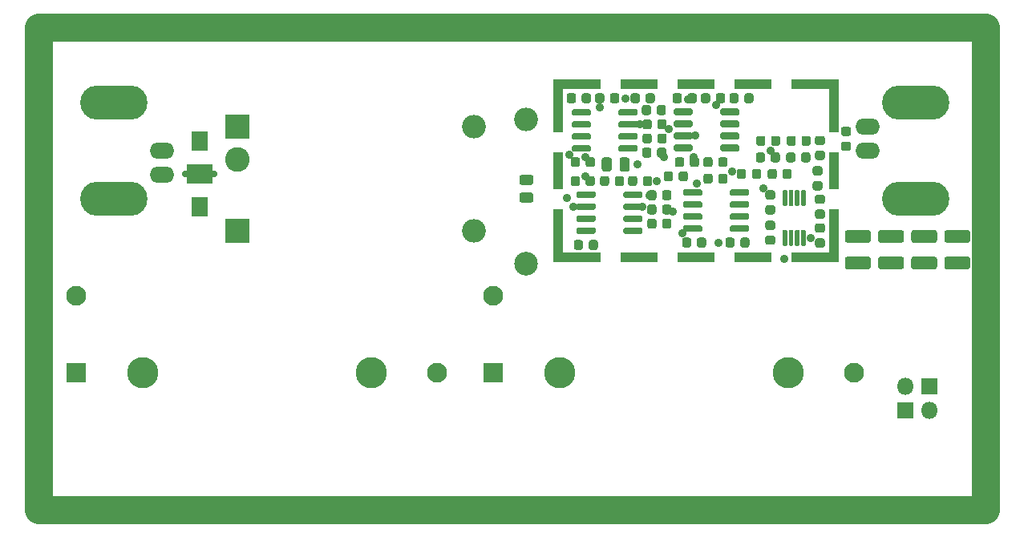
<source format=gbr>
%TF.GenerationSoftware,KiCad,Pcbnew,(5.1.6)-1*%
%TF.CreationDate,2020-07-02T12:36:14+02:00*%
%TF.ProjectId,mu_lna,6d755f6c-6e61-42e6-9b69-6361645f7063,rev?*%
%TF.SameCoordinates,Original*%
%TF.FileFunction,Soldermask,Top*%
%TF.FilePolarity,Negative*%
%FSLAX46Y46*%
G04 Gerber Fmt 4.6, Leading zero omitted, Abs format (unit mm)*
G04 Created by KiCad (PCBNEW (5.1.6)-1) date 2020-07-02 12:36:14*
%MOMM*%
%LPD*%
G01*
G04 APERTURE LIST*
%ADD10C,3.000000*%
%ADD11C,0.700000*%
%ADD12R,1.700000X2.100000*%
%ADD13R,2.700000X2.100000*%
%ADD14O,2.500000X2.500000*%
%ADD15R,2.500000X2.500000*%
%ADD16C,2.500000*%
%ADD17R,1.100000X1.100000*%
%ADD18R,4.080000X1.100000*%
%ADD19R,3.900000X1.100000*%
%ADD20R,1.100000X4.650000*%
%ADD21R,1.100000X3.900000*%
%ADD22O,1.800000X1.800000*%
%ADD23R,1.800000X1.800000*%
%ADD24O,2.600000X1.700000*%
%ADD25O,7.100000X3.600000*%
%ADD26C,3.300000*%
%ADD27C,2.100000*%
%ADD28R,2.100000X2.100000*%
%ADD29C,0.900000*%
%ADD30C,2.600000*%
G04 APERTURE END LIST*
D10*
X95000000Y-125500000D02*
X95000000Y-74500000D01*
X195000000Y-125500000D02*
X95000000Y-125500000D01*
X195000000Y-74500000D02*
X195000000Y-125500000D01*
X95000000Y-74500000D02*
X195000000Y-74500000D01*
D11*
%TO.C,FL1*%
X110500000Y-90000000D03*
X113500000Y-90000000D03*
D12*
X112000000Y-93450000D03*
D13*
X112000000Y-90000000D03*
D12*
X112000000Y-86550000D03*
%TD*%
%TO.C,C25*%
G36*
G01*
X172531250Y-92700000D02*
X171968750Y-92700000D01*
G75*
G02*
X171725000Y-92456250I0J243750D01*
G01*
X171725000Y-91968750D01*
G75*
G02*
X171968750Y-91725000I243750J0D01*
G01*
X172531250Y-91725000D01*
G75*
G02*
X172775000Y-91968750I0J-243750D01*
G01*
X172775000Y-92456250D01*
G75*
G02*
X172531250Y-92700000I-243750J0D01*
G01*
G37*
G36*
G01*
X172531250Y-94275000D02*
X171968750Y-94275000D01*
G75*
G02*
X171725000Y-94031250I0J243750D01*
G01*
X171725000Y-93543750D01*
G75*
G02*
X171968750Y-93300000I243750J0D01*
G01*
X172531250Y-93300000D01*
G75*
G02*
X172775000Y-93543750I0J-243750D01*
G01*
X172775000Y-94031250D01*
G75*
G02*
X172531250Y-94275000I-243750J0D01*
G01*
G37*
%TD*%
%TO.C,C24*%
G36*
G01*
X177781250Y-96200000D02*
X177218750Y-96200000D01*
G75*
G02*
X176975000Y-95956250I0J243750D01*
G01*
X176975000Y-95468750D01*
G75*
G02*
X177218750Y-95225000I243750J0D01*
G01*
X177781250Y-95225000D01*
G75*
G02*
X178025000Y-95468750I0J-243750D01*
G01*
X178025000Y-95956250D01*
G75*
G02*
X177781250Y-96200000I-243750J0D01*
G01*
G37*
G36*
G01*
X177781250Y-97775000D02*
X177218750Y-97775000D01*
G75*
G02*
X176975000Y-97531250I0J243750D01*
G01*
X176975000Y-97043750D01*
G75*
G02*
X177218750Y-96800000I243750J0D01*
G01*
X177781250Y-96800000D01*
G75*
G02*
X178025000Y-97043750I0J-243750D01*
G01*
X178025000Y-97531250D01*
G75*
G02*
X177781250Y-97775000I-243750J0D01*
G01*
G37*
%TD*%
%TO.C,C23*%
G36*
G01*
X166162500Y-90218750D02*
X166162500Y-90781250D01*
G75*
G02*
X165918750Y-91025000I-243750J0D01*
G01*
X165431250Y-91025000D01*
G75*
G02*
X165187500Y-90781250I0J243750D01*
G01*
X165187500Y-90218750D01*
G75*
G02*
X165431250Y-89975000I243750J0D01*
G01*
X165918750Y-89975000D01*
G75*
G02*
X166162500Y-90218750I0J-243750D01*
G01*
G37*
G36*
G01*
X167737500Y-90218750D02*
X167737500Y-90781250D01*
G75*
G02*
X167493750Y-91025000I-243750J0D01*
G01*
X167006250Y-91025000D01*
G75*
G02*
X166762500Y-90781250I0J243750D01*
G01*
X166762500Y-90218750D01*
G75*
G02*
X167006250Y-89975000I243750J0D01*
G01*
X167493750Y-89975000D01*
G75*
G02*
X167737500Y-90218750I0J-243750D01*
G01*
G37*
%TD*%
%TO.C,U2*%
G36*
G01*
X175625000Y-95887500D02*
X175875000Y-95887500D01*
G75*
G02*
X176000000Y-96012500I0J-125000D01*
G01*
X176000000Y-97487500D01*
G75*
G02*
X175875000Y-97612500I-125000J0D01*
G01*
X175625000Y-97612500D01*
G75*
G02*
X175500000Y-97487500I0J125000D01*
G01*
X175500000Y-96012500D01*
G75*
G02*
X175625000Y-95887500I125000J0D01*
G01*
G37*
G36*
G01*
X174975000Y-95887500D02*
X175225000Y-95887500D01*
G75*
G02*
X175350000Y-96012500I0J-125000D01*
G01*
X175350000Y-97487500D01*
G75*
G02*
X175225000Y-97612500I-125000J0D01*
G01*
X174975000Y-97612500D01*
G75*
G02*
X174850000Y-97487500I0J125000D01*
G01*
X174850000Y-96012500D01*
G75*
G02*
X174975000Y-95887500I125000J0D01*
G01*
G37*
G36*
G01*
X174325000Y-95887500D02*
X174575000Y-95887500D01*
G75*
G02*
X174700000Y-96012500I0J-125000D01*
G01*
X174700000Y-97487500D01*
G75*
G02*
X174575000Y-97612500I-125000J0D01*
G01*
X174325000Y-97612500D01*
G75*
G02*
X174200000Y-97487500I0J125000D01*
G01*
X174200000Y-96012500D01*
G75*
G02*
X174325000Y-95887500I125000J0D01*
G01*
G37*
G36*
G01*
X173675000Y-95887500D02*
X173925000Y-95887500D01*
G75*
G02*
X174050000Y-96012500I0J-125000D01*
G01*
X174050000Y-97487500D01*
G75*
G02*
X173925000Y-97612500I-125000J0D01*
G01*
X173675000Y-97612500D01*
G75*
G02*
X173550000Y-97487500I0J125000D01*
G01*
X173550000Y-96012500D01*
G75*
G02*
X173675000Y-95887500I125000J0D01*
G01*
G37*
G36*
G01*
X173675000Y-91662500D02*
X173925000Y-91662500D01*
G75*
G02*
X174050000Y-91787500I0J-125000D01*
G01*
X174050000Y-93262500D01*
G75*
G02*
X173925000Y-93387500I-125000J0D01*
G01*
X173675000Y-93387500D01*
G75*
G02*
X173550000Y-93262500I0J125000D01*
G01*
X173550000Y-91787500D01*
G75*
G02*
X173675000Y-91662500I125000J0D01*
G01*
G37*
G36*
G01*
X174325000Y-91662500D02*
X174575000Y-91662500D01*
G75*
G02*
X174700000Y-91787500I0J-125000D01*
G01*
X174700000Y-93262500D01*
G75*
G02*
X174575000Y-93387500I-125000J0D01*
G01*
X174325000Y-93387500D01*
G75*
G02*
X174200000Y-93262500I0J125000D01*
G01*
X174200000Y-91787500D01*
G75*
G02*
X174325000Y-91662500I125000J0D01*
G01*
G37*
G36*
G01*
X174975000Y-91662500D02*
X175225000Y-91662500D01*
G75*
G02*
X175350000Y-91787500I0J-125000D01*
G01*
X175350000Y-93262500D01*
G75*
G02*
X175225000Y-93387500I-125000J0D01*
G01*
X174975000Y-93387500D01*
G75*
G02*
X174850000Y-93262500I0J125000D01*
G01*
X174850000Y-91787500D01*
G75*
G02*
X174975000Y-91662500I125000J0D01*
G01*
G37*
G36*
G01*
X175625000Y-91662500D02*
X175875000Y-91662500D01*
G75*
G02*
X176000000Y-91787500I0J-125000D01*
G01*
X176000000Y-93262500D01*
G75*
G02*
X175875000Y-93387500I-125000J0D01*
G01*
X175625000Y-93387500D01*
G75*
G02*
X175500000Y-93262500I0J125000D01*
G01*
X175500000Y-91787500D01*
G75*
G02*
X175625000Y-91662500I125000J0D01*
G01*
G37*
%TD*%
%TO.C,C20*%
G36*
G01*
X193105000Y-97275000D02*
X190895000Y-97275000D01*
G75*
G02*
X190625000Y-97005000I0J270000D01*
G01*
X190625000Y-96195000D01*
G75*
G02*
X190895000Y-95925000I270000J0D01*
G01*
X193105000Y-95925000D01*
G75*
G02*
X193375000Y-96195000I0J-270000D01*
G01*
X193375000Y-97005000D01*
G75*
G02*
X193105000Y-97275000I-270000J0D01*
G01*
G37*
G36*
G01*
X193105000Y-100075000D02*
X190895000Y-100075000D01*
G75*
G02*
X190625000Y-99805000I0J270000D01*
G01*
X190625000Y-98995000D01*
G75*
G02*
X190895000Y-98725000I270000J0D01*
G01*
X193105000Y-98725000D01*
G75*
G02*
X193375000Y-98995000I0J-270000D01*
G01*
X193375000Y-99805000D01*
G75*
G02*
X193105000Y-100075000I-270000J0D01*
G01*
G37*
%TD*%
%TO.C,R18*%
G36*
G01*
X179968750Y-86587500D02*
X180531250Y-86587500D01*
G75*
G02*
X180775000Y-86831250I0J-243750D01*
G01*
X180775000Y-87318750D01*
G75*
G02*
X180531250Y-87562500I-243750J0D01*
G01*
X179968750Y-87562500D01*
G75*
G02*
X179725000Y-87318750I0J243750D01*
G01*
X179725000Y-86831250D01*
G75*
G02*
X179968750Y-86587500I243750J0D01*
G01*
G37*
G36*
G01*
X179968750Y-85012500D02*
X180531250Y-85012500D01*
G75*
G02*
X180775000Y-85256250I0J-243750D01*
G01*
X180775000Y-85743750D01*
G75*
G02*
X180531250Y-85987500I-243750J0D01*
G01*
X179968750Y-85987500D01*
G75*
G02*
X179725000Y-85743750I0J243750D01*
G01*
X179725000Y-85256250D01*
G75*
G02*
X179968750Y-85012500I243750J0D01*
G01*
G37*
%TD*%
%TO.C,R5*%
G36*
G01*
X177781250Y-93162500D02*
X177218750Y-93162500D01*
G75*
G02*
X176975000Y-92918750I0J243750D01*
G01*
X176975000Y-92431250D01*
G75*
G02*
X177218750Y-92187500I243750J0D01*
G01*
X177781250Y-92187500D01*
G75*
G02*
X178025000Y-92431250I0J-243750D01*
G01*
X178025000Y-92918750D01*
G75*
G02*
X177781250Y-93162500I-243750J0D01*
G01*
G37*
G36*
G01*
X177781250Y-94737500D02*
X177218750Y-94737500D01*
G75*
G02*
X176975000Y-94493750I0J243750D01*
G01*
X176975000Y-94006250D01*
G75*
G02*
X177218750Y-93762500I243750J0D01*
G01*
X177781250Y-93762500D01*
G75*
G02*
X178025000Y-94006250I0J-243750D01*
G01*
X178025000Y-94493750D01*
G75*
G02*
X177781250Y-94737500I-243750J0D01*
G01*
G37*
%TD*%
%TO.C,C22*%
G36*
G01*
X189605000Y-97275000D02*
X187395000Y-97275000D01*
G75*
G02*
X187125000Y-97005000I0J270000D01*
G01*
X187125000Y-96195000D01*
G75*
G02*
X187395000Y-95925000I270000J0D01*
G01*
X189605000Y-95925000D01*
G75*
G02*
X189875000Y-96195000I0J-270000D01*
G01*
X189875000Y-97005000D01*
G75*
G02*
X189605000Y-97275000I-270000J0D01*
G01*
G37*
G36*
G01*
X189605000Y-100075000D02*
X187395000Y-100075000D01*
G75*
G02*
X187125000Y-99805000I0J270000D01*
G01*
X187125000Y-98995000D01*
G75*
G02*
X187395000Y-98725000I270000J0D01*
G01*
X189605000Y-98725000D01*
G75*
G02*
X189875000Y-98995000I0J-270000D01*
G01*
X189875000Y-99805000D01*
G75*
G02*
X189605000Y-100075000I-270000J0D01*
G01*
G37*
%TD*%
%TO.C,C21*%
G36*
G01*
X186105000Y-97275000D02*
X183895000Y-97275000D01*
G75*
G02*
X183625000Y-97005000I0J270000D01*
G01*
X183625000Y-96195000D01*
G75*
G02*
X183895000Y-95925000I270000J0D01*
G01*
X186105000Y-95925000D01*
G75*
G02*
X186375000Y-96195000I0J-270000D01*
G01*
X186375000Y-97005000D01*
G75*
G02*
X186105000Y-97275000I-270000J0D01*
G01*
G37*
G36*
G01*
X186105000Y-100075000D02*
X183895000Y-100075000D01*
G75*
G02*
X183625000Y-99805000I0J270000D01*
G01*
X183625000Y-98995000D01*
G75*
G02*
X183895000Y-98725000I270000J0D01*
G01*
X186105000Y-98725000D01*
G75*
G02*
X186375000Y-98995000I0J-270000D01*
G01*
X186375000Y-99805000D01*
G75*
G02*
X186105000Y-100075000I-270000J0D01*
G01*
G37*
%TD*%
%TO.C,C18*%
G36*
G01*
X182605000Y-97275000D02*
X180395000Y-97275000D01*
G75*
G02*
X180125000Y-97005000I0J270000D01*
G01*
X180125000Y-96195000D01*
G75*
G02*
X180395000Y-95925000I270000J0D01*
G01*
X182605000Y-95925000D01*
G75*
G02*
X182875000Y-96195000I0J-270000D01*
G01*
X182875000Y-97005000D01*
G75*
G02*
X182605000Y-97275000I-270000J0D01*
G01*
G37*
G36*
G01*
X182605000Y-100075000D02*
X180395000Y-100075000D01*
G75*
G02*
X180125000Y-99805000I0J270000D01*
G01*
X180125000Y-98995000D01*
G75*
G02*
X180395000Y-98725000I270000J0D01*
G01*
X182605000Y-98725000D01*
G75*
G02*
X182875000Y-98995000I0J-270000D01*
G01*
X182875000Y-99805000D01*
G75*
G02*
X182605000Y-100075000I-270000J0D01*
G01*
G37*
%TD*%
%TO.C,C11*%
G36*
G01*
X172531250Y-95912500D02*
X171968750Y-95912500D01*
G75*
G02*
X171725000Y-95668750I0J243750D01*
G01*
X171725000Y-95181250D01*
G75*
G02*
X171968750Y-94937500I243750J0D01*
G01*
X172531250Y-94937500D01*
G75*
G02*
X172775000Y-95181250I0J-243750D01*
G01*
X172775000Y-95668750D01*
G75*
G02*
X172531250Y-95912500I-243750J0D01*
G01*
G37*
G36*
G01*
X172531250Y-97487500D02*
X171968750Y-97487500D01*
G75*
G02*
X171725000Y-97243750I0J243750D01*
G01*
X171725000Y-96756250D01*
G75*
G02*
X171968750Y-96512500I243750J0D01*
G01*
X172531250Y-96512500D01*
G75*
G02*
X172775000Y-96756250I0J-243750D01*
G01*
X172775000Y-97243750D01*
G75*
G02*
X172531250Y-97487500I-243750J0D01*
G01*
G37*
%TD*%
%TO.C,C8*%
G36*
G01*
X163162500Y-88468750D02*
X163162500Y-89031250D01*
G75*
G02*
X162918750Y-89275000I-243750J0D01*
G01*
X162431250Y-89275000D01*
G75*
G02*
X162187500Y-89031250I0J243750D01*
G01*
X162187500Y-88468750D01*
G75*
G02*
X162431250Y-88225000I243750J0D01*
G01*
X162918750Y-88225000D01*
G75*
G02*
X163162500Y-88468750I0J-243750D01*
G01*
G37*
G36*
G01*
X164737500Y-88468750D02*
X164737500Y-89031250D01*
G75*
G02*
X164493750Y-89275000I-243750J0D01*
G01*
X164006250Y-89275000D01*
G75*
G02*
X163762500Y-89031250I0J243750D01*
G01*
X163762500Y-88468750D01*
G75*
G02*
X164006250Y-88225000I243750J0D01*
G01*
X164493750Y-88225000D01*
G75*
G02*
X164737500Y-88468750I0J-243750D01*
G01*
G37*
%TD*%
%TO.C,C7*%
G36*
G01*
X152487500Y-97218750D02*
X152487500Y-97781250D01*
G75*
G02*
X152243750Y-98025000I-243750J0D01*
G01*
X151756250Y-98025000D01*
G75*
G02*
X151512500Y-97781250I0J243750D01*
G01*
X151512500Y-97218750D01*
G75*
G02*
X151756250Y-96975000I243750J0D01*
G01*
X152243750Y-96975000D01*
G75*
G02*
X152487500Y-97218750I0J-243750D01*
G01*
G37*
G36*
G01*
X154062500Y-97218750D02*
X154062500Y-97781250D01*
G75*
G02*
X153818750Y-98025000I-243750J0D01*
G01*
X153331250Y-98025000D01*
G75*
G02*
X153087500Y-97781250I0J243750D01*
G01*
X153087500Y-97218750D01*
G75*
G02*
X153331250Y-96975000I243750J0D01*
G01*
X153818750Y-96975000D01*
G75*
G02*
X154062500Y-97218750I0J-243750D01*
G01*
G37*
%TD*%
%TO.C,C6*%
G36*
G01*
X163912500Y-96968750D02*
X163912500Y-97531250D01*
G75*
G02*
X163668750Y-97775000I-243750J0D01*
G01*
X163181250Y-97775000D01*
G75*
G02*
X162937500Y-97531250I0J243750D01*
G01*
X162937500Y-96968750D01*
G75*
G02*
X163181250Y-96725000I243750J0D01*
G01*
X163668750Y-96725000D01*
G75*
G02*
X163912500Y-96968750I0J-243750D01*
G01*
G37*
G36*
G01*
X165487500Y-96968750D02*
X165487500Y-97531250D01*
G75*
G02*
X165243750Y-97775000I-243750J0D01*
G01*
X164756250Y-97775000D01*
G75*
G02*
X164512500Y-97531250I0J243750D01*
G01*
X164512500Y-96968750D01*
G75*
G02*
X164756250Y-96725000I243750J0D01*
G01*
X165243750Y-96725000D01*
G75*
G02*
X165487500Y-96968750I0J-243750D01*
G01*
G37*
%TD*%
%TO.C,C5*%
G36*
G01*
X152162500Y-88468750D02*
X152162500Y-89031250D01*
G75*
G02*
X151918750Y-89275000I-243750J0D01*
G01*
X151431250Y-89275000D01*
G75*
G02*
X151187500Y-89031250I0J243750D01*
G01*
X151187500Y-88468750D01*
G75*
G02*
X151431250Y-88225000I243750J0D01*
G01*
X151918750Y-88225000D01*
G75*
G02*
X152162500Y-88468750I0J-243750D01*
G01*
G37*
G36*
G01*
X153737500Y-88468750D02*
X153737500Y-89031250D01*
G75*
G02*
X153493750Y-89275000I-243750J0D01*
G01*
X153006250Y-89275000D01*
G75*
G02*
X152762500Y-89031250I0J243750D01*
G01*
X152762500Y-88468750D01*
G75*
G02*
X153006250Y-88225000I243750J0D01*
G01*
X153493750Y-88225000D01*
G75*
G02*
X153737500Y-88468750I0J-243750D01*
G01*
G37*
%TD*%
%TO.C,C4*%
G36*
G01*
X160337500Y-85031250D02*
X160337500Y-84468750D01*
G75*
G02*
X160581250Y-84225000I243750J0D01*
G01*
X161068750Y-84225000D01*
G75*
G02*
X161312500Y-84468750I0J-243750D01*
G01*
X161312500Y-85031250D01*
G75*
G02*
X161068750Y-85275000I-243750J0D01*
G01*
X160581250Y-85275000D01*
G75*
G02*
X160337500Y-85031250I0J243750D01*
G01*
G37*
G36*
G01*
X158762500Y-85031250D02*
X158762500Y-84468750D01*
G75*
G02*
X159006250Y-84225000I243750J0D01*
G01*
X159493750Y-84225000D01*
G75*
G02*
X159737500Y-84468750I0J-243750D01*
G01*
X159737500Y-85031250D01*
G75*
G02*
X159493750Y-85275000I-243750J0D01*
G01*
X159006250Y-85275000D01*
G75*
G02*
X158762500Y-85031250I0J243750D01*
G01*
G37*
%TD*%
%TO.C,C3*%
G36*
G01*
X169512500Y-82281250D02*
X169512500Y-81718750D01*
G75*
G02*
X169756250Y-81475000I243750J0D01*
G01*
X170243750Y-81475000D01*
G75*
G02*
X170487500Y-81718750I0J-243750D01*
G01*
X170487500Y-82281250D01*
G75*
G02*
X170243750Y-82525000I-243750J0D01*
G01*
X169756250Y-82525000D01*
G75*
G02*
X169512500Y-82281250I0J243750D01*
G01*
G37*
G36*
G01*
X167937500Y-82281250D02*
X167937500Y-81718750D01*
G75*
G02*
X168181250Y-81475000I243750J0D01*
G01*
X168668750Y-81475000D01*
G75*
G02*
X168912500Y-81718750I0J-243750D01*
G01*
X168912500Y-82281250D01*
G75*
G02*
X168668750Y-82525000I-243750J0D01*
G01*
X168181250Y-82525000D01*
G75*
G02*
X167937500Y-82281250I0J243750D01*
G01*
G37*
%TD*%
%TO.C,C2*%
G36*
G01*
X169087500Y-97531250D02*
X169087500Y-96968750D01*
G75*
G02*
X169331250Y-96725000I243750J0D01*
G01*
X169818750Y-96725000D01*
G75*
G02*
X170062500Y-96968750I0J-243750D01*
G01*
X170062500Y-97531250D01*
G75*
G02*
X169818750Y-97775000I-243750J0D01*
G01*
X169331250Y-97775000D01*
G75*
G02*
X169087500Y-97531250I0J243750D01*
G01*
G37*
G36*
G01*
X167512500Y-97531250D02*
X167512500Y-96968750D01*
G75*
G02*
X167756250Y-96725000I243750J0D01*
G01*
X168243750Y-96725000D01*
G75*
G02*
X168487500Y-96968750I0J-243750D01*
G01*
X168487500Y-97531250D01*
G75*
G02*
X168243750Y-97775000I-243750J0D01*
G01*
X167756250Y-97775000D01*
G75*
G02*
X167512500Y-97531250I0J243750D01*
G01*
G37*
%TD*%
%TO.C,C1*%
G36*
G01*
X160837500Y-94031250D02*
X160837500Y-93468750D01*
G75*
G02*
X161081250Y-93225000I243750J0D01*
G01*
X161568750Y-93225000D01*
G75*
G02*
X161812500Y-93468750I0J-243750D01*
G01*
X161812500Y-94031250D01*
G75*
G02*
X161568750Y-94275000I-243750J0D01*
G01*
X161081250Y-94275000D01*
G75*
G02*
X160837500Y-94031250I0J243750D01*
G01*
G37*
G36*
G01*
X159262500Y-94031250D02*
X159262500Y-93468750D01*
G75*
G02*
X159506250Y-93225000I243750J0D01*
G01*
X159993750Y-93225000D01*
G75*
G02*
X160237500Y-93468750I0J-243750D01*
G01*
X160237500Y-94031250D01*
G75*
G02*
X159993750Y-94275000I-243750J0D01*
G01*
X159506250Y-94275000D01*
G75*
G02*
X159262500Y-94031250I0J243750D01*
G01*
G37*
%TD*%
%TO.C,R12*%
G36*
G01*
X176968750Y-90762500D02*
X177531250Y-90762500D01*
G75*
G02*
X177775000Y-91006250I0J-243750D01*
G01*
X177775000Y-91493750D01*
G75*
G02*
X177531250Y-91737500I-243750J0D01*
G01*
X176968750Y-91737500D01*
G75*
G02*
X176725000Y-91493750I0J243750D01*
G01*
X176725000Y-91006250D01*
G75*
G02*
X176968750Y-90762500I243750J0D01*
G01*
G37*
G36*
G01*
X176968750Y-89187500D02*
X177531250Y-89187500D01*
G75*
G02*
X177775000Y-89431250I0J-243750D01*
G01*
X177775000Y-89918750D01*
G75*
G02*
X177531250Y-90162500I-243750J0D01*
G01*
X176968750Y-90162500D01*
G75*
G02*
X176725000Y-89918750I0J243750D01*
G01*
X176725000Y-89431250D01*
G75*
G02*
X176968750Y-89187500I243750J0D01*
G01*
G37*
%TD*%
%TO.C,R10*%
G36*
G01*
X172950000Y-89718750D02*
X172950000Y-90281250D01*
G75*
G02*
X172706250Y-90525000I-243750J0D01*
G01*
X172218750Y-90525000D01*
G75*
G02*
X171975000Y-90281250I0J243750D01*
G01*
X171975000Y-89718750D01*
G75*
G02*
X172218750Y-89475000I243750J0D01*
G01*
X172706250Y-89475000D01*
G75*
G02*
X172950000Y-89718750I0J-243750D01*
G01*
G37*
G36*
G01*
X174525000Y-89718750D02*
X174525000Y-90281250D01*
G75*
G02*
X174281250Y-90525000I-243750J0D01*
G01*
X173793750Y-90525000D01*
G75*
G02*
X173550000Y-90281250I0J243750D01*
G01*
X173550000Y-89718750D01*
G75*
G02*
X173793750Y-89475000I243750J0D01*
G01*
X174281250Y-89475000D01*
G75*
G02*
X174525000Y-89718750I0J-243750D01*
G01*
G37*
%TD*%
%TO.C,R9*%
G36*
G01*
X169700000Y-89718750D02*
X169700000Y-90281250D01*
G75*
G02*
X169456250Y-90525000I-243750J0D01*
G01*
X168968750Y-90525000D01*
G75*
G02*
X168725000Y-90281250I0J243750D01*
G01*
X168725000Y-89718750D01*
G75*
G02*
X168968750Y-89475000I243750J0D01*
G01*
X169456250Y-89475000D01*
G75*
G02*
X169700000Y-89718750I0J-243750D01*
G01*
G37*
G36*
G01*
X171275000Y-89718750D02*
X171275000Y-90281250D01*
G75*
G02*
X171031250Y-90525000I-243750J0D01*
G01*
X170543750Y-90525000D01*
G75*
G02*
X170300000Y-90281250I0J243750D01*
G01*
X170300000Y-89718750D01*
G75*
G02*
X170543750Y-89475000I243750J0D01*
G01*
X171031250Y-89475000D01*
G75*
G02*
X171275000Y-89718750I0J-243750D01*
G01*
G37*
%TD*%
%TO.C,R4*%
G36*
G01*
X171737500Y-86218750D02*
X171737500Y-86781250D01*
G75*
G02*
X171493750Y-87025000I-243750J0D01*
G01*
X171006250Y-87025000D01*
G75*
G02*
X170762500Y-86781250I0J243750D01*
G01*
X170762500Y-86218750D01*
G75*
G02*
X171006250Y-85975000I243750J0D01*
G01*
X171493750Y-85975000D01*
G75*
G02*
X171737500Y-86218750I0J-243750D01*
G01*
G37*
G36*
G01*
X173312500Y-86218750D02*
X173312500Y-86781250D01*
G75*
G02*
X173068750Y-87025000I-243750J0D01*
G01*
X172581250Y-87025000D01*
G75*
G02*
X172337500Y-86781250I0J243750D01*
G01*
X172337500Y-86218750D01*
G75*
G02*
X172581250Y-85975000I243750J0D01*
G01*
X173068750Y-85975000D01*
G75*
G02*
X173312500Y-86218750I0J-243750D01*
G01*
G37*
%TD*%
%TO.C,C19*%
G36*
G01*
X165912500Y-81718750D02*
X165912500Y-82281250D01*
G75*
G02*
X165668750Y-82525000I-243750J0D01*
G01*
X165181250Y-82525000D01*
G75*
G02*
X164937500Y-82281250I0J243750D01*
G01*
X164937500Y-81718750D01*
G75*
G02*
X165181250Y-81475000I243750J0D01*
G01*
X165668750Y-81475000D01*
G75*
G02*
X165912500Y-81718750I0J-243750D01*
G01*
G37*
G36*
G01*
X167487500Y-81718750D02*
X167487500Y-82281250D01*
G75*
G02*
X167243750Y-82525000I-243750J0D01*
G01*
X166756250Y-82525000D01*
G75*
G02*
X166512500Y-82281250I0J243750D01*
G01*
X166512500Y-81718750D01*
G75*
G02*
X166756250Y-81475000I243750J0D01*
G01*
X167243750Y-81475000D01*
G75*
G02*
X167487500Y-81718750I0J-243750D01*
G01*
G37*
%TD*%
%TO.C,C15*%
G36*
G01*
X177218750Y-87550000D02*
X177781250Y-87550000D01*
G75*
G02*
X178025000Y-87793750I0J-243750D01*
G01*
X178025000Y-88281250D01*
G75*
G02*
X177781250Y-88525000I-243750J0D01*
G01*
X177218750Y-88525000D01*
G75*
G02*
X176975000Y-88281250I0J243750D01*
G01*
X176975000Y-87793750D01*
G75*
G02*
X177218750Y-87550000I243750J0D01*
G01*
G37*
G36*
G01*
X177218750Y-85975000D02*
X177781250Y-85975000D01*
G75*
G02*
X178025000Y-86218750I0J-243750D01*
G01*
X178025000Y-86706250D01*
G75*
G02*
X177781250Y-86950000I-243750J0D01*
G01*
X177218750Y-86950000D01*
G75*
G02*
X176975000Y-86706250I0J243750D01*
G01*
X176975000Y-86218750D01*
G75*
G02*
X177218750Y-85975000I243750J0D01*
G01*
G37*
%TD*%
%TO.C,C13*%
G36*
G01*
X171700000Y-87968750D02*
X171700000Y-88531250D01*
G75*
G02*
X171456250Y-88775000I-243750J0D01*
G01*
X170968750Y-88775000D01*
G75*
G02*
X170725000Y-88531250I0J243750D01*
G01*
X170725000Y-87968750D01*
G75*
G02*
X170968750Y-87725000I243750J0D01*
G01*
X171456250Y-87725000D01*
G75*
G02*
X171700000Y-87968750I0J-243750D01*
G01*
G37*
G36*
G01*
X173275000Y-87968750D02*
X173275000Y-88531250D01*
G75*
G02*
X173031250Y-88775000I-243750J0D01*
G01*
X172543750Y-88775000D01*
G75*
G02*
X172300000Y-88531250I0J243750D01*
G01*
X172300000Y-87968750D01*
G75*
G02*
X172543750Y-87725000I243750J0D01*
G01*
X173031250Y-87725000D01*
G75*
G02*
X173275000Y-87968750I0J-243750D01*
G01*
G37*
%TD*%
%TO.C,C14*%
G36*
G01*
X158800000Y-91031250D02*
X158800000Y-90468750D01*
G75*
G02*
X159043750Y-90225000I243750J0D01*
G01*
X159531250Y-90225000D01*
G75*
G02*
X159775000Y-90468750I0J-243750D01*
G01*
X159775000Y-91031250D01*
G75*
G02*
X159531250Y-91275000I-243750J0D01*
G01*
X159043750Y-91275000D01*
G75*
G02*
X158800000Y-91031250I0J243750D01*
G01*
G37*
G36*
G01*
X157225000Y-91031250D02*
X157225000Y-90468750D01*
G75*
G02*
X157468750Y-90225000I243750J0D01*
G01*
X157956250Y-90225000D01*
G75*
G02*
X158200000Y-90468750I0J-243750D01*
G01*
X158200000Y-91031250D01*
G75*
G02*
X157956250Y-91275000I-243750J0D01*
G01*
X157468750Y-91275000D01*
G75*
G02*
X157225000Y-91031250I0J243750D01*
G01*
G37*
%TD*%
%TO.C,C10*%
G36*
G01*
X175512500Y-88531250D02*
X175512500Y-87968750D01*
G75*
G02*
X175756250Y-87725000I243750J0D01*
G01*
X176243750Y-87725000D01*
G75*
G02*
X176487500Y-87968750I0J-243750D01*
G01*
X176487500Y-88531250D01*
G75*
G02*
X176243750Y-88775000I-243750J0D01*
G01*
X175756250Y-88775000D01*
G75*
G02*
X175512500Y-88531250I0J243750D01*
G01*
G37*
G36*
G01*
X173937500Y-88531250D02*
X173937500Y-87968750D01*
G75*
G02*
X174181250Y-87725000I243750J0D01*
G01*
X174668750Y-87725000D01*
G75*
G02*
X174912500Y-87968750I0J-243750D01*
G01*
X174912500Y-88531250D01*
G75*
G02*
X174668750Y-88775000I-243750J0D01*
G01*
X174181250Y-88775000D01*
G75*
G02*
X173937500Y-88531250I0J243750D01*
G01*
G37*
%TD*%
%TO.C,C9*%
G36*
G01*
X154737500Y-81718750D02*
X154737500Y-82281250D01*
G75*
G02*
X154493750Y-82525000I-243750J0D01*
G01*
X154006250Y-82525000D01*
G75*
G02*
X153762500Y-82281250I0J243750D01*
G01*
X153762500Y-81718750D01*
G75*
G02*
X154006250Y-81475000I243750J0D01*
G01*
X154493750Y-81475000D01*
G75*
G02*
X154737500Y-81718750I0J-243750D01*
G01*
G37*
G36*
G01*
X156312500Y-81718750D02*
X156312500Y-82281250D01*
G75*
G02*
X156068750Y-82525000I-243750J0D01*
G01*
X155581250Y-82525000D01*
G75*
G02*
X155337500Y-82281250I0J243750D01*
G01*
X155337500Y-81718750D01*
G75*
G02*
X155581250Y-81475000I243750J0D01*
G01*
X156068750Y-81475000D01*
G75*
G02*
X156312500Y-81718750I0J-243750D01*
G01*
G37*
%TD*%
%TO.C,R11*%
G36*
G01*
X174950000Y-86218750D02*
X174950000Y-86781250D01*
G75*
G02*
X174706250Y-87025000I-243750J0D01*
G01*
X174218750Y-87025000D01*
G75*
G02*
X173975000Y-86781250I0J243750D01*
G01*
X173975000Y-86218750D01*
G75*
G02*
X174218750Y-85975000I243750J0D01*
G01*
X174706250Y-85975000D01*
G75*
G02*
X174950000Y-86218750I0J-243750D01*
G01*
G37*
G36*
G01*
X176525000Y-86218750D02*
X176525000Y-86781250D01*
G75*
G02*
X176281250Y-87025000I-243750J0D01*
G01*
X175793750Y-87025000D01*
G75*
G02*
X175550000Y-86781250I0J243750D01*
G01*
X175550000Y-86218750D01*
G75*
G02*
X175793750Y-85975000I243750J0D01*
G01*
X176281250Y-85975000D01*
G75*
G02*
X176525000Y-86218750I0J-243750D01*
G01*
G37*
%TD*%
%TO.C,R22*%
G36*
G01*
X160837500Y-92531250D02*
X160837500Y-91968750D01*
G75*
G02*
X161081250Y-91725000I243750J0D01*
G01*
X161568750Y-91725000D01*
G75*
G02*
X161812500Y-91968750I0J-243750D01*
G01*
X161812500Y-92531250D01*
G75*
G02*
X161568750Y-92775000I-243750J0D01*
G01*
X161081250Y-92775000D01*
G75*
G02*
X160837500Y-92531250I0J243750D01*
G01*
G37*
G36*
G01*
X159262500Y-92531250D02*
X159262500Y-91968750D01*
G75*
G02*
X159506250Y-91725000I243750J0D01*
G01*
X159993750Y-91725000D01*
G75*
G02*
X160237500Y-91968750I0J-243750D01*
G01*
X160237500Y-92531250D01*
G75*
G02*
X159993750Y-92775000I-243750J0D01*
G01*
X159506250Y-92775000D01*
G75*
G02*
X159262500Y-92531250I0J243750D01*
G01*
G37*
%TD*%
%TO.C,R21*%
G36*
G01*
X166162500Y-88468750D02*
X166162500Y-89031250D01*
G75*
G02*
X165918750Y-89275000I-243750J0D01*
G01*
X165431250Y-89275000D01*
G75*
G02*
X165187500Y-89031250I0J243750D01*
G01*
X165187500Y-88468750D01*
G75*
G02*
X165431250Y-88225000I243750J0D01*
G01*
X165918750Y-88225000D01*
G75*
G02*
X166162500Y-88468750I0J-243750D01*
G01*
G37*
G36*
G01*
X167737500Y-88468750D02*
X167737500Y-89031250D01*
G75*
G02*
X167493750Y-89275000I-243750J0D01*
G01*
X167006250Y-89275000D01*
G75*
G02*
X166762500Y-89031250I0J243750D01*
G01*
X166762500Y-88468750D01*
G75*
G02*
X167006250Y-88225000I243750J0D01*
G01*
X167493750Y-88225000D01*
G75*
G02*
X167737500Y-88468750I0J-243750D01*
G01*
G37*
%TD*%
%TO.C,R20*%
G36*
G01*
X162587500Y-90531250D02*
X162587500Y-89968750D01*
G75*
G02*
X162831250Y-89725000I243750J0D01*
G01*
X163318750Y-89725000D01*
G75*
G02*
X163562500Y-89968750I0J-243750D01*
G01*
X163562500Y-90531250D01*
G75*
G02*
X163318750Y-90775000I-243750J0D01*
G01*
X162831250Y-90775000D01*
G75*
G02*
X162587500Y-90531250I0J243750D01*
G01*
G37*
G36*
G01*
X161012500Y-90531250D02*
X161012500Y-89968750D01*
G75*
G02*
X161256250Y-89725000I243750J0D01*
G01*
X161743750Y-89725000D01*
G75*
G02*
X161987500Y-89968750I0J-243750D01*
G01*
X161987500Y-90531250D01*
G75*
G02*
X161743750Y-90775000I-243750J0D01*
G01*
X161256250Y-90775000D01*
G75*
G02*
X161012500Y-90531250I0J243750D01*
G01*
G37*
%TD*%
%TO.C,R14*%
G36*
G01*
X152162500Y-90468750D02*
X152162500Y-91031250D01*
G75*
G02*
X151918750Y-91275000I-243750J0D01*
G01*
X151431250Y-91275000D01*
G75*
G02*
X151187500Y-91031250I0J243750D01*
G01*
X151187500Y-90468750D01*
G75*
G02*
X151431250Y-90225000I243750J0D01*
G01*
X151918750Y-90225000D01*
G75*
G02*
X152162500Y-90468750I0J-243750D01*
G01*
G37*
G36*
G01*
X153737500Y-90468750D02*
X153737500Y-91031250D01*
G75*
G02*
X153493750Y-91275000I-243750J0D01*
G01*
X153006250Y-91275000D01*
G75*
G02*
X152762500Y-91031250I0J243750D01*
G01*
X152762500Y-90468750D01*
G75*
G02*
X153006250Y-90225000I243750J0D01*
G01*
X153493750Y-90225000D01*
G75*
G02*
X153737500Y-90468750I0J-243750D01*
G01*
G37*
%TD*%
%TO.C,R8*%
G36*
G01*
X155237500Y-90468750D02*
X155237500Y-91031250D01*
G75*
G02*
X154993750Y-91275000I-243750J0D01*
G01*
X154506250Y-91275000D01*
G75*
G02*
X154262500Y-91031250I0J243750D01*
G01*
X154262500Y-90468750D01*
G75*
G02*
X154506250Y-90225000I243750J0D01*
G01*
X154993750Y-90225000D01*
G75*
G02*
X155237500Y-90468750I0J-243750D01*
G01*
G37*
G36*
G01*
X156812500Y-90468750D02*
X156812500Y-91031250D01*
G75*
G02*
X156568750Y-91275000I-243750J0D01*
G01*
X156081250Y-91275000D01*
G75*
G02*
X155837500Y-91031250I0J243750D01*
G01*
X155837500Y-90468750D01*
G75*
G02*
X156081250Y-90225000I243750J0D01*
G01*
X156568750Y-90225000D01*
G75*
G02*
X156812500Y-90468750I0J-243750D01*
G01*
G37*
%TD*%
%TO.C,R6*%
G36*
G01*
X160237500Y-94968750D02*
X160237500Y-95531250D01*
G75*
G02*
X159993750Y-95775000I-243750J0D01*
G01*
X159506250Y-95775000D01*
G75*
G02*
X159262500Y-95531250I0J243750D01*
G01*
X159262500Y-94968750D01*
G75*
G02*
X159506250Y-94725000I243750J0D01*
G01*
X159993750Y-94725000D01*
G75*
G02*
X160237500Y-94968750I0J-243750D01*
G01*
G37*
G36*
G01*
X161812500Y-94968750D02*
X161812500Y-95531250D01*
G75*
G02*
X161568750Y-95775000I-243750J0D01*
G01*
X161081250Y-95775000D01*
G75*
G02*
X160837500Y-95531250I0J243750D01*
G01*
X160837500Y-94968750D01*
G75*
G02*
X161081250Y-94725000I243750J0D01*
G01*
X161568750Y-94725000D01*
G75*
G02*
X161812500Y-94968750I0J-243750D01*
G01*
G37*
%TD*%
%TO.C,R3*%
G36*
G01*
X151737500Y-81718750D02*
X151737500Y-82281250D01*
G75*
G02*
X151493750Y-82525000I-243750J0D01*
G01*
X151006250Y-82525000D01*
G75*
G02*
X150762500Y-82281250I0J243750D01*
G01*
X150762500Y-81718750D01*
G75*
G02*
X151006250Y-81475000I243750J0D01*
G01*
X151493750Y-81475000D01*
G75*
G02*
X151737500Y-81718750I0J-243750D01*
G01*
G37*
G36*
G01*
X153312500Y-81718750D02*
X153312500Y-82281250D01*
G75*
G02*
X153068750Y-82525000I-243750J0D01*
G01*
X152581250Y-82525000D01*
G75*
G02*
X152337500Y-82281250I0J243750D01*
G01*
X152337500Y-81718750D01*
G75*
G02*
X152581250Y-81475000I243750J0D01*
G01*
X153068750Y-81475000D01*
G75*
G02*
X153312500Y-81718750I0J-243750D01*
G01*
G37*
%TD*%
%TO.C,R2*%
G36*
G01*
X158487500Y-81718750D02*
X158487500Y-82281250D01*
G75*
G02*
X158243750Y-82525000I-243750J0D01*
G01*
X157756250Y-82525000D01*
G75*
G02*
X157512500Y-82281250I0J243750D01*
G01*
X157512500Y-81718750D01*
G75*
G02*
X157756250Y-81475000I243750J0D01*
G01*
X158243750Y-81475000D01*
G75*
G02*
X158487500Y-81718750I0J-243750D01*
G01*
G37*
G36*
G01*
X160062500Y-81718750D02*
X160062500Y-82281250D01*
G75*
G02*
X159818750Y-82525000I-243750J0D01*
G01*
X159331250Y-82525000D01*
G75*
G02*
X159087500Y-82281250I0J243750D01*
G01*
X159087500Y-81718750D01*
G75*
G02*
X159331250Y-81475000I243750J0D01*
G01*
X159818750Y-81475000D01*
G75*
G02*
X160062500Y-81718750I0J-243750D01*
G01*
G37*
%TD*%
%TO.C,R1*%
G36*
G01*
X159737500Y-85968750D02*
X159737500Y-86531250D01*
G75*
G02*
X159493750Y-86775000I-243750J0D01*
G01*
X159006250Y-86775000D01*
G75*
G02*
X158762500Y-86531250I0J243750D01*
G01*
X158762500Y-85968750D01*
G75*
G02*
X159006250Y-85725000I243750J0D01*
G01*
X159493750Y-85725000D01*
G75*
G02*
X159737500Y-85968750I0J-243750D01*
G01*
G37*
G36*
G01*
X161312500Y-85968750D02*
X161312500Y-86531250D01*
G75*
G02*
X161068750Y-86775000I-243750J0D01*
G01*
X160581250Y-86775000D01*
G75*
G02*
X160337500Y-86531250I0J243750D01*
G01*
X160337500Y-85968750D01*
G75*
G02*
X160581250Y-85725000I243750J0D01*
G01*
X161068750Y-85725000D01*
G75*
G02*
X161312500Y-85968750I0J-243750D01*
G01*
G37*
%TD*%
%TO.C,R19*%
G36*
G01*
X160262500Y-83531250D02*
X160262500Y-82968750D01*
G75*
G02*
X160506250Y-82725000I243750J0D01*
G01*
X160993750Y-82725000D01*
G75*
G02*
X161237500Y-82968750I0J-243750D01*
G01*
X161237500Y-83531250D01*
G75*
G02*
X160993750Y-83775000I-243750J0D01*
G01*
X160506250Y-83775000D01*
G75*
G02*
X160262500Y-83531250I0J243750D01*
G01*
G37*
G36*
G01*
X158687500Y-83531250D02*
X158687500Y-82968750D01*
G75*
G02*
X158931250Y-82725000I243750J0D01*
G01*
X159418750Y-82725000D01*
G75*
G02*
X159662500Y-82968750I0J-243750D01*
G01*
X159662500Y-83531250D01*
G75*
G02*
X159418750Y-83775000I-243750J0D01*
G01*
X158931250Y-83775000D01*
G75*
G02*
X158687500Y-83531250I0J243750D01*
G01*
G37*
%TD*%
%TO.C,R17*%
G36*
G01*
X162912500Y-81718750D02*
X162912500Y-82281250D01*
G75*
G02*
X162668750Y-82525000I-243750J0D01*
G01*
X162181250Y-82525000D01*
G75*
G02*
X161937500Y-82281250I0J243750D01*
G01*
X161937500Y-81718750D01*
G75*
G02*
X162181250Y-81475000I243750J0D01*
G01*
X162668750Y-81475000D01*
G75*
G02*
X162912500Y-81718750I0J-243750D01*
G01*
G37*
G36*
G01*
X164487500Y-81718750D02*
X164487500Y-82281250D01*
G75*
G02*
X164243750Y-82525000I-243750J0D01*
G01*
X163756250Y-82525000D01*
G75*
G02*
X163512500Y-82281250I0J243750D01*
G01*
X163512500Y-81718750D01*
G75*
G02*
X163756250Y-81475000I243750J0D01*
G01*
X164243750Y-81475000D01*
G75*
G02*
X164487500Y-81718750I0J-243750D01*
G01*
G37*
%TD*%
%TO.C,R16*%
G36*
G01*
X160300000Y-88031250D02*
X160300000Y-87468750D01*
G75*
G02*
X160543750Y-87225000I243750J0D01*
G01*
X161031250Y-87225000D01*
G75*
G02*
X161275000Y-87468750I0J-243750D01*
G01*
X161275000Y-88031250D01*
G75*
G02*
X161031250Y-88275000I-243750J0D01*
G01*
X160543750Y-88275000D01*
G75*
G02*
X160300000Y-88031250I0J243750D01*
G01*
G37*
G36*
G01*
X158725000Y-88031250D02*
X158725000Y-87468750D01*
G75*
G02*
X158968750Y-87225000I243750J0D01*
G01*
X159456250Y-87225000D01*
G75*
G02*
X159700000Y-87468750I0J-243750D01*
G01*
X159700000Y-88031250D01*
G75*
G02*
X159456250Y-88275000I-243750J0D01*
G01*
X158968750Y-88275000D01*
G75*
G02*
X158725000Y-88031250I0J243750D01*
G01*
G37*
%TD*%
%TO.C,U5*%
G36*
G01*
X167975000Y-92135000D02*
X167975000Y-91785000D01*
G75*
G02*
X168150000Y-91610000I175000J0D01*
G01*
X169850000Y-91610000D01*
G75*
G02*
X170025000Y-91785000I0J-175000D01*
G01*
X170025000Y-92135000D01*
G75*
G02*
X169850000Y-92310000I-175000J0D01*
G01*
X168150000Y-92310000D01*
G75*
G02*
X167975000Y-92135000I0J175000D01*
G01*
G37*
G36*
G01*
X167975000Y-93405000D02*
X167975000Y-93055000D01*
G75*
G02*
X168150000Y-92880000I175000J0D01*
G01*
X169850000Y-92880000D01*
G75*
G02*
X170025000Y-93055000I0J-175000D01*
G01*
X170025000Y-93405000D01*
G75*
G02*
X169850000Y-93580000I-175000J0D01*
G01*
X168150000Y-93580000D01*
G75*
G02*
X167975000Y-93405000I0J175000D01*
G01*
G37*
G36*
G01*
X167975000Y-94675000D02*
X167975000Y-94325000D01*
G75*
G02*
X168150000Y-94150000I175000J0D01*
G01*
X169850000Y-94150000D01*
G75*
G02*
X170025000Y-94325000I0J-175000D01*
G01*
X170025000Y-94675000D01*
G75*
G02*
X169850000Y-94850000I-175000J0D01*
G01*
X168150000Y-94850000D01*
G75*
G02*
X167975000Y-94675000I0J175000D01*
G01*
G37*
G36*
G01*
X167975000Y-95945000D02*
X167975000Y-95595000D01*
G75*
G02*
X168150000Y-95420000I175000J0D01*
G01*
X169850000Y-95420000D01*
G75*
G02*
X170025000Y-95595000I0J-175000D01*
G01*
X170025000Y-95945000D01*
G75*
G02*
X169850000Y-96120000I-175000J0D01*
G01*
X168150000Y-96120000D01*
G75*
G02*
X167975000Y-95945000I0J175000D01*
G01*
G37*
G36*
G01*
X163025000Y-95945000D02*
X163025000Y-95595000D01*
G75*
G02*
X163200000Y-95420000I175000J0D01*
G01*
X164900000Y-95420000D01*
G75*
G02*
X165075000Y-95595000I0J-175000D01*
G01*
X165075000Y-95945000D01*
G75*
G02*
X164900000Y-96120000I-175000J0D01*
G01*
X163200000Y-96120000D01*
G75*
G02*
X163025000Y-95945000I0J175000D01*
G01*
G37*
G36*
G01*
X163025000Y-94675000D02*
X163025000Y-94325000D01*
G75*
G02*
X163200000Y-94150000I175000J0D01*
G01*
X164900000Y-94150000D01*
G75*
G02*
X165075000Y-94325000I0J-175000D01*
G01*
X165075000Y-94675000D01*
G75*
G02*
X164900000Y-94850000I-175000J0D01*
G01*
X163200000Y-94850000D01*
G75*
G02*
X163025000Y-94675000I0J175000D01*
G01*
G37*
G36*
G01*
X163025000Y-93405000D02*
X163025000Y-93055000D01*
G75*
G02*
X163200000Y-92880000I175000J0D01*
G01*
X164900000Y-92880000D01*
G75*
G02*
X165075000Y-93055000I0J-175000D01*
G01*
X165075000Y-93405000D01*
G75*
G02*
X164900000Y-93580000I-175000J0D01*
G01*
X163200000Y-93580000D01*
G75*
G02*
X163025000Y-93405000I0J175000D01*
G01*
G37*
G36*
G01*
X163025000Y-92135000D02*
X163025000Y-91785000D01*
G75*
G02*
X163200000Y-91610000I175000J0D01*
G01*
X164900000Y-91610000D01*
G75*
G02*
X165075000Y-91785000I0J-175000D01*
G01*
X165075000Y-92135000D01*
G75*
G02*
X164900000Y-92310000I-175000J0D01*
G01*
X163200000Y-92310000D01*
G75*
G02*
X163025000Y-92135000I0J175000D01*
G01*
G37*
%TD*%
%TO.C,U3*%
G36*
G01*
X156725000Y-92365000D02*
X156725000Y-92015000D01*
G75*
G02*
X156900000Y-91840000I175000J0D01*
G01*
X158600000Y-91840000D01*
G75*
G02*
X158775000Y-92015000I0J-175000D01*
G01*
X158775000Y-92365000D01*
G75*
G02*
X158600000Y-92540000I-175000J0D01*
G01*
X156900000Y-92540000D01*
G75*
G02*
X156725000Y-92365000I0J175000D01*
G01*
G37*
G36*
G01*
X156725000Y-93635000D02*
X156725000Y-93285000D01*
G75*
G02*
X156900000Y-93110000I175000J0D01*
G01*
X158600000Y-93110000D01*
G75*
G02*
X158775000Y-93285000I0J-175000D01*
G01*
X158775000Y-93635000D01*
G75*
G02*
X158600000Y-93810000I-175000J0D01*
G01*
X156900000Y-93810000D01*
G75*
G02*
X156725000Y-93635000I0J175000D01*
G01*
G37*
G36*
G01*
X156725000Y-94905000D02*
X156725000Y-94555000D01*
G75*
G02*
X156900000Y-94380000I175000J0D01*
G01*
X158600000Y-94380000D01*
G75*
G02*
X158775000Y-94555000I0J-175000D01*
G01*
X158775000Y-94905000D01*
G75*
G02*
X158600000Y-95080000I-175000J0D01*
G01*
X156900000Y-95080000D01*
G75*
G02*
X156725000Y-94905000I0J175000D01*
G01*
G37*
G36*
G01*
X156725000Y-96175000D02*
X156725000Y-95825000D01*
G75*
G02*
X156900000Y-95650000I175000J0D01*
G01*
X158600000Y-95650000D01*
G75*
G02*
X158775000Y-95825000I0J-175000D01*
G01*
X158775000Y-96175000D01*
G75*
G02*
X158600000Y-96350000I-175000J0D01*
G01*
X156900000Y-96350000D01*
G75*
G02*
X156725000Y-96175000I0J175000D01*
G01*
G37*
G36*
G01*
X151775000Y-96175000D02*
X151775000Y-95825000D01*
G75*
G02*
X151950000Y-95650000I175000J0D01*
G01*
X153650000Y-95650000D01*
G75*
G02*
X153825000Y-95825000I0J-175000D01*
G01*
X153825000Y-96175000D01*
G75*
G02*
X153650000Y-96350000I-175000J0D01*
G01*
X151950000Y-96350000D01*
G75*
G02*
X151775000Y-96175000I0J175000D01*
G01*
G37*
G36*
G01*
X151775000Y-94905000D02*
X151775000Y-94555000D01*
G75*
G02*
X151950000Y-94380000I175000J0D01*
G01*
X153650000Y-94380000D01*
G75*
G02*
X153825000Y-94555000I0J-175000D01*
G01*
X153825000Y-94905000D01*
G75*
G02*
X153650000Y-95080000I-175000J0D01*
G01*
X151950000Y-95080000D01*
G75*
G02*
X151775000Y-94905000I0J175000D01*
G01*
G37*
G36*
G01*
X151775000Y-93635000D02*
X151775000Y-93285000D01*
G75*
G02*
X151950000Y-93110000I175000J0D01*
G01*
X153650000Y-93110000D01*
G75*
G02*
X153825000Y-93285000I0J-175000D01*
G01*
X153825000Y-93635000D01*
G75*
G02*
X153650000Y-93810000I-175000J0D01*
G01*
X151950000Y-93810000D01*
G75*
G02*
X151775000Y-93635000I0J175000D01*
G01*
G37*
G36*
G01*
X151775000Y-92365000D02*
X151775000Y-92015000D01*
G75*
G02*
X151950000Y-91840000I175000J0D01*
G01*
X153650000Y-91840000D01*
G75*
G02*
X153825000Y-92015000I0J-175000D01*
G01*
X153825000Y-92365000D01*
G75*
G02*
X153650000Y-92540000I-175000J0D01*
G01*
X151950000Y-92540000D01*
G75*
G02*
X151775000Y-92365000I0J175000D01*
G01*
G37*
%TD*%
%TO.C,U1*%
G36*
G01*
X156225000Y-83675000D02*
X156225000Y-83325000D01*
G75*
G02*
X156400000Y-83150000I175000J0D01*
G01*
X158100000Y-83150000D01*
G75*
G02*
X158275000Y-83325000I0J-175000D01*
G01*
X158275000Y-83675000D01*
G75*
G02*
X158100000Y-83850000I-175000J0D01*
G01*
X156400000Y-83850000D01*
G75*
G02*
X156225000Y-83675000I0J175000D01*
G01*
G37*
G36*
G01*
X156225000Y-84945000D02*
X156225000Y-84595000D01*
G75*
G02*
X156400000Y-84420000I175000J0D01*
G01*
X158100000Y-84420000D01*
G75*
G02*
X158275000Y-84595000I0J-175000D01*
G01*
X158275000Y-84945000D01*
G75*
G02*
X158100000Y-85120000I-175000J0D01*
G01*
X156400000Y-85120000D01*
G75*
G02*
X156225000Y-84945000I0J175000D01*
G01*
G37*
G36*
G01*
X156225000Y-86215000D02*
X156225000Y-85865000D01*
G75*
G02*
X156400000Y-85690000I175000J0D01*
G01*
X158100000Y-85690000D01*
G75*
G02*
X158275000Y-85865000I0J-175000D01*
G01*
X158275000Y-86215000D01*
G75*
G02*
X158100000Y-86390000I-175000J0D01*
G01*
X156400000Y-86390000D01*
G75*
G02*
X156225000Y-86215000I0J175000D01*
G01*
G37*
G36*
G01*
X156225000Y-87485000D02*
X156225000Y-87135000D01*
G75*
G02*
X156400000Y-86960000I175000J0D01*
G01*
X158100000Y-86960000D01*
G75*
G02*
X158275000Y-87135000I0J-175000D01*
G01*
X158275000Y-87485000D01*
G75*
G02*
X158100000Y-87660000I-175000J0D01*
G01*
X156400000Y-87660000D01*
G75*
G02*
X156225000Y-87485000I0J175000D01*
G01*
G37*
G36*
G01*
X151275000Y-87485000D02*
X151275000Y-87135000D01*
G75*
G02*
X151450000Y-86960000I175000J0D01*
G01*
X153150000Y-86960000D01*
G75*
G02*
X153325000Y-87135000I0J-175000D01*
G01*
X153325000Y-87485000D01*
G75*
G02*
X153150000Y-87660000I-175000J0D01*
G01*
X151450000Y-87660000D01*
G75*
G02*
X151275000Y-87485000I0J175000D01*
G01*
G37*
G36*
G01*
X151275000Y-86215000D02*
X151275000Y-85865000D01*
G75*
G02*
X151450000Y-85690000I175000J0D01*
G01*
X153150000Y-85690000D01*
G75*
G02*
X153325000Y-85865000I0J-175000D01*
G01*
X153325000Y-86215000D01*
G75*
G02*
X153150000Y-86390000I-175000J0D01*
G01*
X151450000Y-86390000D01*
G75*
G02*
X151275000Y-86215000I0J175000D01*
G01*
G37*
G36*
G01*
X151275000Y-84945000D02*
X151275000Y-84595000D01*
G75*
G02*
X151450000Y-84420000I175000J0D01*
G01*
X153150000Y-84420000D01*
G75*
G02*
X153325000Y-84595000I0J-175000D01*
G01*
X153325000Y-84945000D01*
G75*
G02*
X153150000Y-85120000I-175000J0D01*
G01*
X151450000Y-85120000D01*
G75*
G02*
X151275000Y-84945000I0J175000D01*
G01*
G37*
G36*
G01*
X151275000Y-83675000D02*
X151275000Y-83325000D01*
G75*
G02*
X151450000Y-83150000I175000J0D01*
G01*
X153150000Y-83150000D01*
G75*
G02*
X153325000Y-83325000I0J-175000D01*
G01*
X153325000Y-83675000D01*
G75*
G02*
X153150000Y-83850000I-175000J0D01*
G01*
X151450000Y-83850000D01*
G75*
G02*
X151275000Y-83675000I0J175000D01*
G01*
G37*
%TD*%
D14*
%TO.C,C16*%
X141000000Y-85000000D03*
D15*
X116000000Y-85000000D03*
%TD*%
D14*
%TO.C,R13*%
X146500000Y-84260000D03*
D16*
X146500000Y-99500000D03*
%TD*%
D17*
%TO.C,J5*%
X149830000Y-80500000D03*
X178990000Y-80500000D03*
X178990000Y-98800000D03*
X149830000Y-98800000D03*
D18*
X152320000Y-80500000D03*
X152320000Y-98800000D03*
D19*
X158410000Y-80500000D03*
X158410000Y-98800000D03*
X164410000Y-80500000D03*
X164410000Y-98800000D03*
X170410000Y-80500000D03*
X170410000Y-98800000D03*
D18*
X176500000Y-80500000D03*
X176500000Y-98800000D03*
D20*
X149830000Y-83275000D03*
X178990000Y-83275000D03*
D21*
X149830000Y-89650000D03*
X178990000Y-89650000D03*
D20*
X149830000Y-96025000D03*
X178990000Y-96025000D03*
%TD*%
%TO.C,R7*%
G36*
G01*
X155537500Y-88518750D02*
X155537500Y-89481250D01*
G75*
G02*
X155268750Y-89750000I-268750J0D01*
G01*
X154731250Y-89750000D01*
G75*
G02*
X154462500Y-89481250I0J268750D01*
G01*
X154462500Y-88518750D01*
G75*
G02*
X154731250Y-88250000I268750J0D01*
G01*
X155268750Y-88250000D01*
G75*
G02*
X155537500Y-88518750I0J-268750D01*
G01*
G37*
G36*
G01*
X157412500Y-88518750D02*
X157412500Y-89481250D01*
G75*
G02*
X157143750Y-89750000I-268750J0D01*
G01*
X156606250Y-89750000D01*
G75*
G02*
X156337500Y-89481250I0J268750D01*
G01*
X156337500Y-88518750D01*
G75*
G02*
X156606250Y-88250000I268750J0D01*
G01*
X157143750Y-88250000D01*
G75*
G02*
X157412500Y-88518750I0J-268750D01*
G01*
G37*
%TD*%
D22*
%TO.C,J2*%
X189040000Y-115000000D03*
D23*
X186500000Y-115000000D03*
%TD*%
D22*
%TO.C,J1*%
X186500000Y-112460000D03*
D23*
X189040000Y-112460000D03*
%TD*%
%TO.C,R15*%
G36*
G01*
X146981250Y-91162500D02*
X146018750Y-91162500D01*
G75*
G02*
X145750000Y-90893750I0J268750D01*
G01*
X145750000Y-90356250D01*
G75*
G02*
X146018750Y-90087500I268750J0D01*
G01*
X146981250Y-90087500D01*
G75*
G02*
X147250000Y-90356250I0J-268750D01*
G01*
X147250000Y-90893750D01*
G75*
G02*
X146981250Y-91162500I-268750J0D01*
G01*
G37*
G36*
G01*
X146981250Y-93037500D02*
X146018750Y-93037500D01*
G75*
G02*
X145750000Y-92768750I0J268750D01*
G01*
X145750000Y-92231250D01*
G75*
G02*
X146018750Y-91962500I268750J0D01*
G01*
X146981250Y-91962500D01*
G75*
G02*
X147250000Y-92231250I0J-268750D01*
G01*
X147250000Y-92768750D01*
G75*
G02*
X146981250Y-93037500I-268750J0D01*
G01*
G37*
%TD*%
D24*
%TO.C,J3*%
X108000000Y-90040000D03*
X108000000Y-87500000D03*
D25*
X102920000Y-82420000D03*
X102920000Y-92580000D03*
%TD*%
D14*
%TO.C,C17*%
X141000000Y-96000000D03*
D15*
X116000000Y-96000000D03*
%TD*%
%TO.C,U4*%
G36*
G01*
X166975000Y-83615000D02*
X166975000Y-83265000D01*
G75*
G02*
X167150000Y-83090000I175000J0D01*
G01*
X168850000Y-83090000D01*
G75*
G02*
X169025000Y-83265000I0J-175000D01*
G01*
X169025000Y-83615000D01*
G75*
G02*
X168850000Y-83790000I-175000J0D01*
G01*
X167150000Y-83790000D01*
G75*
G02*
X166975000Y-83615000I0J175000D01*
G01*
G37*
G36*
G01*
X166975000Y-84885000D02*
X166975000Y-84535000D01*
G75*
G02*
X167150000Y-84360000I175000J0D01*
G01*
X168850000Y-84360000D01*
G75*
G02*
X169025000Y-84535000I0J-175000D01*
G01*
X169025000Y-84885000D01*
G75*
G02*
X168850000Y-85060000I-175000J0D01*
G01*
X167150000Y-85060000D01*
G75*
G02*
X166975000Y-84885000I0J175000D01*
G01*
G37*
G36*
G01*
X166975000Y-86155000D02*
X166975000Y-85805000D01*
G75*
G02*
X167150000Y-85630000I175000J0D01*
G01*
X168850000Y-85630000D01*
G75*
G02*
X169025000Y-85805000I0J-175000D01*
G01*
X169025000Y-86155000D01*
G75*
G02*
X168850000Y-86330000I-175000J0D01*
G01*
X167150000Y-86330000D01*
G75*
G02*
X166975000Y-86155000I0J175000D01*
G01*
G37*
G36*
G01*
X166975000Y-87425000D02*
X166975000Y-87075000D01*
G75*
G02*
X167150000Y-86900000I175000J0D01*
G01*
X168850000Y-86900000D01*
G75*
G02*
X169025000Y-87075000I0J-175000D01*
G01*
X169025000Y-87425000D01*
G75*
G02*
X168850000Y-87600000I-175000J0D01*
G01*
X167150000Y-87600000D01*
G75*
G02*
X166975000Y-87425000I0J175000D01*
G01*
G37*
G36*
G01*
X162025000Y-87425000D02*
X162025000Y-87075000D01*
G75*
G02*
X162200000Y-86900000I175000J0D01*
G01*
X163900000Y-86900000D01*
G75*
G02*
X164075000Y-87075000I0J-175000D01*
G01*
X164075000Y-87425000D01*
G75*
G02*
X163900000Y-87600000I-175000J0D01*
G01*
X162200000Y-87600000D01*
G75*
G02*
X162025000Y-87425000I0J175000D01*
G01*
G37*
G36*
G01*
X162025000Y-86155000D02*
X162025000Y-85805000D01*
G75*
G02*
X162200000Y-85630000I175000J0D01*
G01*
X163900000Y-85630000D01*
G75*
G02*
X164075000Y-85805000I0J-175000D01*
G01*
X164075000Y-86155000D01*
G75*
G02*
X163900000Y-86330000I-175000J0D01*
G01*
X162200000Y-86330000D01*
G75*
G02*
X162025000Y-86155000I0J175000D01*
G01*
G37*
G36*
G01*
X162025000Y-84885000D02*
X162025000Y-84535000D01*
G75*
G02*
X162200000Y-84360000I175000J0D01*
G01*
X163900000Y-84360000D01*
G75*
G02*
X164075000Y-84535000I0J-175000D01*
G01*
X164075000Y-84885000D01*
G75*
G02*
X163900000Y-85060000I-175000J0D01*
G01*
X162200000Y-85060000D01*
G75*
G02*
X162025000Y-84885000I0J175000D01*
G01*
G37*
G36*
G01*
X162025000Y-83615000D02*
X162025000Y-83265000D01*
G75*
G02*
X162200000Y-83090000I175000J0D01*
G01*
X163900000Y-83090000D01*
G75*
G02*
X164075000Y-83265000I0J-175000D01*
G01*
X164075000Y-83615000D01*
G75*
G02*
X163900000Y-83790000I-175000J0D01*
G01*
X162200000Y-83790000D01*
G75*
G02*
X162025000Y-83615000I0J175000D01*
G01*
G37*
%TD*%
D26*
%TO.C,BT2*%
X150005000Y-111000000D03*
X174135000Y-111000000D03*
D27*
X181100000Y-111000000D03*
D28*
X143000000Y-111000000D03*
D27*
X143000000Y-102870000D03*
%TD*%
D26*
%TO.C,BT1*%
X106005000Y-111000000D03*
X130135000Y-111000000D03*
D27*
X137100000Y-111000000D03*
D28*
X99000000Y-111000000D03*
D27*
X99000000Y-102870000D03*
%TD*%
D24*
%TO.C,J4*%
X182500000Y-84960000D03*
X182500000Y-87500000D03*
D25*
X187580000Y-92580000D03*
X187580000Y-82420000D03*
%TD*%
D29*
X149750000Y-85000000D03*
X149750000Y-88250000D03*
X149750000Y-91000000D03*
X149750000Y-94250000D03*
X150000000Y-98750000D03*
X153750000Y-98750000D03*
X157000000Y-98750000D03*
X159750000Y-98750000D03*
X163000000Y-98750000D03*
X165750000Y-98750000D03*
X169000000Y-98750000D03*
X171750000Y-98750000D03*
X175000000Y-98750000D03*
X179000000Y-98500000D03*
X179000000Y-94500000D03*
X179000000Y-91000000D03*
X179000000Y-88500000D03*
X179000000Y-85000000D03*
X179000000Y-80500000D03*
X175500000Y-80500000D03*
X171500000Y-80500000D03*
X169000000Y-80500000D03*
X165500000Y-80500000D03*
X163000000Y-80500000D03*
X159500000Y-80500000D03*
X157000000Y-80500000D03*
X153500000Y-80500000D03*
X150000000Y-80500000D03*
X96000000Y-75500000D03*
X98000000Y-75500000D03*
X100000000Y-75500000D03*
X102000000Y-75500000D03*
X104000000Y-75500000D03*
X106000000Y-75500000D03*
X108000000Y-75500000D03*
X110000000Y-75500000D03*
X112000000Y-75500000D03*
X114000000Y-75500000D03*
X116000000Y-75500000D03*
X118000000Y-75500000D03*
X120000000Y-75500000D03*
X122000000Y-75500000D03*
X124000000Y-75500000D03*
X126000000Y-75500000D03*
X128000000Y-75500000D03*
X130000000Y-75500000D03*
X132000000Y-75500000D03*
X134000000Y-75500000D03*
X136000000Y-75500000D03*
X138000000Y-75500000D03*
X140000000Y-75500000D03*
X142000000Y-75500000D03*
X146000000Y-75500000D03*
X152000000Y-75500000D03*
X158000000Y-75500000D03*
X164000000Y-75500000D03*
X170000000Y-75500000D03*
X176000000Y-75500000D03*
X184000000Y-75500000D03*
X186000000Y-75500000D03*
X188000000Y-75500000D03*
X190000000Y-75500000D03*
X192000000Y-75500000D03*
X194000000Y-75500000D03*
X96000000Y-124500000D03*
X98000000Y-124500000D03*
X100000000Y-124500000D03*
X102000000Y-124500000D03*
X104000000Y-124500000D03*
X106000000Y-124500000D03*
X108000000Y-124500000D03*
X110000000Y-124500000D03*
X112000000Y-124500000D03*
X114000000Y-124500000D03*
X116000000Y-124500000D03*
X118000000Y-124500000D03*
X120000000Y-124500000D03*
X122000000Y-124500000D03*
X124000000Y-124500000D03*
X126000000Y-124500000D03*
X128000000Y-124500000D03*
X130000000Y-124500000D03*
X132000000Y-124500000D03*
X134000000Y-124500000D03*
X136000000Y-124500000D03*
X138000000Y-124500000D03*
X140000000Y-124500000D03*
X142000000Y-124500000D03*
X144000000Y-124500000D03*
X146000000Y-124500000D03*
X148000000Y-124500000D03*
X150000000Y-124500000D03*
X152000000Y-124500000D03*
X154000000Y-124500000D03*
X156000000Y-124500000D03*
X158000000Y-124500000D03*
X160000000Y-124500000D03*
X162000000Y-124500000D03*
X164000000Y-124500000D03*
X166000000Y-124500000D03*
X168000000Y-124500000D03*
X170000000Y-124500000D03*
X172000000Y-124500000D03*
X174000000Y-124500000D03*
X176000000Y-124500000D03*
X178000000Y-124500000D03*
X180000000Y-124500000D03*
X182000000Y-124500000D03*
X184000000Y-124500000D03*
X186000000Y-124500000D03*
X188000000Y-124500000D03*
X190000000Y-124500000D03*
X192000000Y-124500000D03*
X194000000Y-124500000D03*
X96000000Y-77540000D03*
X96000000Y-79580000D03*
X96000000Y-81620000D03*
X96000000Y-83660000D03*
X96000000Y-85700000D03*
X96000000Y-87740000D03*
X96000000Y-89780000D03*
X96000000Y-91820000D03*
X96000000Y-93860000D03*
X96000000Y-95900000D03*
X96000000Y-97940000D03*
X96000000Y-99980000D03*
X96000000Y-102020000D03*
X96000000Y-104060000D03*
X96000000Y-106100000D03*
X96000000Y-108140000D03*
X96000000Y-110180000D03*
X96000000Y-112220000D03*
X96000000Y-114260000D03*
X96000000Y-116300000D03*
X96000000Y-118340000D03*
X96000000Y-120380000D03*
X96000000Y-122420000D03*
X194000000Y-77540000D03*
X194000000Y-79580000D03*
X194000000Y-81620000D03*
X194000000Y-83660000D03*
X194000000Y-85700000D03*
X194000000Y-87740000D03*
X194000000Y-89780000D03*
X194000000Y-91820000D03*
X194000000Y-93860000D03*
X194000000Y-95900000D03*
X194000000Y-97940000D03*
X194000000Y-99980000D03*
X194000000Y-102020000D03*
X194000000Y-104060000D03*
X194000000Y-106100000D03*
X194000000Y-108140000D03*
X194000000Y-110180000D03*
X194000000Y-112220000D03*
X194000000Y-114260000D03*
X194000000Y-116300000D03*
X194000000Y-118340000D03*
X194000000Y-120380000D03*
X194000000Y-122420000D03*
X144000000Y-75500000D03*
X148000000Y-75500000D03*
X150000000Y-75500000D03*
X154000000Y-75500000D03*
X156000000Y-75500000D03*
X160000000Y-75500000D03*
X162000000Y-75500000D03*
X166000000Y-75500000D03*
X168000000Y-75500000D03*
X172000000Y-75500000D03*
X174000000Y-75500000D03*
X178000000Y-75500000D03*
X180000000Y-75500000D03*
X182000000Y-75500000D03*
X152750000Y-88250000D03*
X152750000Y-90275010D03*
X161500000Y-85250000D03*
X159500000Y-92250000D03*
X162000000Y-94000000D03*
X164187772Y-88248261D03*
X172250000Y-87500000D03*
X166750000Y-97250000D03*
X158520000Y-84770000D03*
X173750000Y-99000000D03*
X176500000Y-96750000D03*
X158774999Y-93475001D03*
X150769802Y-92577352D03*
X151000000Y-88000000D03*
X163000000Y-96250000D03*
X171500000Y-91500000D03*
X164500000Y-91000000D03*
X168250000Y-89750000D03*
X158250000Y-89000000D03*
X164327686Y-85899990D03*
X157000000Y-82000000D03*
X154250000Y-83000000D03*
D30*
X116000000Y-88500000D03*
D29*
X151500000Y-93500000D03*
X160250000Y-90750000D03*
X163602690Y-82164083D03*
X166500000Y-82750000D03*
X161000000Y-88250000D03*
M02*

</source>
